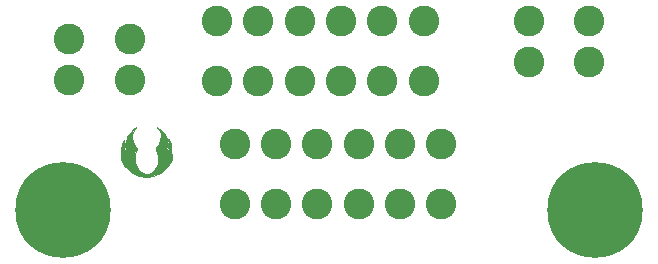
<source format=gbr>
%TF.GenerationSoftware,KiCad,Pcbnew,(5.1.12)-1*%
%TF.CreationDate,2022-01-14T14:31:03-05:00*%
%TF.ProjectId,CANJunction_6x,43414e4a-756e-4637-9469-6f6e5f36782e,00*%
%TF.SameCoordinates,Original*%
%TF.FileFunction,Soldermask,Top*%
%TF.FilePolarity,Negative*%
%FSLAX46Y46*%
G04 Gerber Fmt 4.6, Leading zero omitted, Abs format (unit mm)*
G04 Created by KiCad (PCBNEW (5.1.12)-1) date 2022-01-14 14:31:03*
%MOMM*%
%LPD*%
G01*
G04 APERTURE LIST*
%ADD10C,0.010000*%
%ADD11C,8.080000*%
%ADD12C,2.600000*%
G04 APERTURE END LIST*
D10*
%TO.C,Wings*%
G36*
X102537167Y-94571175D02*
G01*
X102774694Y-94757234D01*
X102989016Y-95004581D01*
X103162353Y-95290011D01*
X103250480Y-95502124D01*
X103295452Y-95703604D01*
X103316737Y-95946728D01*
X103314147Y-96198005D01*
X103287493Y-96423946D01*
X103256381Y-96543614D01*
X103216360Y-96677972D01*
X103213157Y-96738159D01*
X103241469Y-96721689D01*
X103295994Y-96626079D01*
X103320251Y-96573545D01*
X103428344Y-96258881D01*
X103460796Y-95970023D01*
X103427994Y-95730363D01*
X103398676Y-95603525D01*
X103384802Y-95514443D01*
X103386695Y-95488194D01*
X103411643Y-95514288D01*
X103460420Y-95599156D01*
X103520807Y-95720970D01*
X103573786Y-95843296D01*
X103608747Y-95955763D01*
X103629901Y-96082633D01*
X103641456Y-96248172D01*
X103647104Y-96449002D01*
X103652695Y-96643359D01*
X103660802Y-96806497D01*
X103670280Y-96919807D01*
X103678768Y-96963404D01*
X103683045Y-97035225D01*
X103653784Y-97160048D01*
X103599066Y-97317145D01*
X103526972Y-97485786D01*
X103445581Y-97645241D01*
X103362973Y-97774782D01*
X103361989Y-97776095D01*
X103132649Y-98036323D01*
X102866618Y-98246951D01*
X102540471Y-98426494D01*
X102537167Y-98428037D01*
X102103810Y-98591618D01*
X101683865Y-98672195D01*
X101278107Y-98669640D01*
X101171941Y-98654825D01*
X100941112Y-98598087D01*
X100677275Y-98505192D01*
X100415934Y-98389733D01*
X100255583Y-98303993D01*
X100051154Y-98156530D01*
X99844613Y-97960756D01*
X99661733Y-97744148D01*
X99528290Y-97534180D01*
X99522451Y-97522462D01*
X99472947Y-97413581D01*
X99439137Y-97312053D01*
X99417456Y-97196593D01*
X99404338Y-97045916D01*
X99396217Y-96838736D01*
X99394070Y-96756180D01*
X99401209Y-96356659D01*
X99445118Y-96024242D01*
X99527705Y-95748881D01*
X99619315Y-95568667D01*
X99684973Y-95462833D01*
X99655441Y-95568667D01*
X99614327Y-95805646D01*
X99611780Y-96059420D01*
X99644710Y-96304658D01*
X99710029Y-96516027D01*
X99787091Y-96648167D01*
X99855912Y-96732833D01*
X99827493Y-96648167D01*
X99759085Y-96354723D01*
X99735604Y-96039092D01*
X99759632Y-95750670D01*
X99846933Y-95431207D01*
X99989751Y-95147363D01*
X100199792Y-94877995D01*
X100299786Y-94774916D01*
X100422852Y-94660273D01*
X100526274Y-94574540D01*
X100601491Y-94522173D01*
X100639944Y-94507626D01*
X100633073Y-94535353D01*
X100572318Y-94609808D01*
X100529205Y-94655537D01*
X100389639Y-94857705D01*
X100317638Y-95098254D01*
X100312369Y-95365665D01*
X100373002Y-95648416D01*
X100498703Y-95934986D01*
X100637002Y-96147925D01*
X100701789Y-96237648D01*
X100728983Y-96303105D01*
X100719035Y-96373897D01*
X100672396Y-96479627D01*
X100642969Y-96539551D01*
X100569344Y-96757496D01*
X100531746Y-97018130D01*
X100531133Y-97288849D01*
X100568462Y-97537046D01*
X100609982Y-97662783D01*
X100733096Y-97889549D01*
X100893113Y-98097988D01*
X101075093Y-98274694D01*
X101264099Y-98406261D01*
X101445192Y-98479283D01*
X101531380Y-98489667D01*
X101696585Y-98452815D01*
X101879808Y-98350828D01*
X102066104Y-98196556D01*
X102240526Y-98002848D01*
X102388129Y-97782556D01*
X102417642Y-97727667D01*
X102481592Y-97588717D01*
X102517959Y-97461973D01*
X102533964Y-97312849D01*
X102536960Y-97156167D01*
X102531247Y-96957732D01*
X102508985Y-96806222D01*
X102462779Y-96664391D01*
X102420092Y-96567605D01*
X102358337Y-96431374D01*
X102330482Y-96346534D01*
X102333566Y-96288255D01*
X102364627Y-96231707D01*
X102377793Y-96212999D01*
X102588179Y-95879092D01*
X102720721Y-95574157D01*
X102775742Y-95294631D01*
X102753563Y-95036951D01*
X102654506Y-94797552D01*
X102521750Y-94618612D01*
X102410167Y-94494057D01*
X102537167Y-94571175D01*
G37*
X102537167Y-94571175D02*
X102774694Y-94757234D01*
X102989016Y-95004581D01*
X103162353Y-95290011D01*
X103250480Y-95502124D01*
X103295452Y-95703604D01*
X103316737Y-95946728D01*
X103314147Y-96198005D01*
X103287493Y-96423946D01*
X103256381Y-96543614D01*
X103216360Y-96677972D01*
X103213157Y-96738159D01*
X103241469Y-96721689D01*
X103295994Y-96626079D01*
X103320251Y-96573545D01*
X103428344Y-96258881D01*
X103460796Y-95970023D01*
X103427994Y-95730363D01*
X103398676Y-95603525D01*
X103384802Y-95514443D01*
X103386695Y-95488194D01*
X103411643Y-95514288D01*
X103460420Y-95599156D01*
X103520807Y-95720970D01*
X103573786Y-95843296D01*
X103608747Y-95955763D01*
X103629901Y-96082633D01*
X103641456Y-96248172D01*
X103647104Y-96449002D01*
X103652695Y-96643359D01*
X103660802Y-96806497D01*
X103670280Y-96919807D01*
X103678768Y-96963404D01*
X103683045Y-97035225D01*
X103653784Y-97160048D01*
X103599066Y-97317145D01*
X103526972Y-97485786D01*
X103445581Y-97645241D01*
X103362973Y-97774782D01*
X103361989Y-97776095D01*
X103132649Y-98036323D01*
X102866618Y-98246951D01*
X102540471Y-98426494D01*
X102537167Y-98428037D01*
X102103810Y-98591618D01*
X101683865Y-98672195D01*
X101278107Y-98669640D01*
X101171941Y-98654825D01*
X100941112Y-98598087D01*
X100677275Y-98505192D01*
X100415934Y-98389733D01*
X100255583Y-98303993D01*
X100051154Y-98156530D01*
X99844613Y-97960756D01*
X99661733Y-97744148D01*
X99528290Y-97534180D01*
X99522451Y-97522462D01*
X99472947Y-97413581D01*
X99439137Y-97312053D01*
X99417456Y-97196593D01*
X99404338Y-97045916D01*
X99396217Y-96838736D01*
X99394070Y-96756180D01*
X99401209Y-96356659D01*
X99445118Y-96024242D01*
X99527705Y-95748881D01*
X99619315Y-95568667D01*
X99684973Y-95462833D01*
X99655441Y-95568667D01*
X99614327Y-95805646D01*
X99611780Y-96059420D01*
X99644710Y-96304658D01*
X99710029Y-96516027D01*
X99787091Y-96648167D01*
X99855912Y-96732833D01*
X99827493Y-96648167D01*
X99759085Y-96354723D01*
X99735604Y-96039092D01*
X99759632Y-95750670D01*
X99846933Y-95431207D01*
X99989751Y-95147363D01*
X100199792Y-94877995D01*
X100299786Y-94774916D01*
X100422852Y-94660273D01*
X100526274Y-94574540D01*
X100601491Y-94522173D01*
X100639944Y-94507626D01*
X100633073Y-94535353D01*
X100572318Y-94609808D01*
X100529205Y-94655537D01*
X100389639Y-94857705D01*
X100317638Y-95098254D01*
X100312369Y-95365665D01*
X100373002Y-95648416D01*
X100498703Y-95934986D01*
X100637002Y-96147925D01*
X100701789Y-96237648D01*
X100728983Y-96303105D01*
X100719035Y-96373897D01*
X100672396Y-96479627D01*
X100642969Y-96539551D01*
X100569344Y-96757496D01*
X100531746Y-97018130D01*
X100531133Y-97288849D01*
X100568462Y-97537046D01*
X100609982Y-97662783D01*
X100733096Y-97889549D01*
X100893113Y-98097988D01*
X101075093Y-98274694D01*
X101264099Y-98406261D01*
X101445192Y-98479283D01*
X101531380Y-98489667D01*
X101696585Y-98452815D01*
X101879808Y-98350828D01*
X102066104Y-98196556D01*
X102240526Y-98002848D01*
X102388129Y-97782556D01*
X102417642Y-97727667D01*
X102481592Y-97588717D01*
X102517959Y-97461973D01*
X102533964Y-97312849D01*
X102536960Y-97156167D01*
X102531247Y-96957732D01*
X102508985Y-96806222D01*
X102462779Y-96664391D01*
X102420092Y-96567605D01*
X102358337Y-96431374D01*
X102330482Y-96346534D01*
X102333566Y-96288255D01*
X102364627Y-96231707D01*
X102377793Y-96212999D01*
X102588179Y-95879092D01*
X102720721Y-95574157D01*
X102775742Y-95294631D01*
X102753563Y-95036951D01*
X102654506Y-94797552D01*
X102521750Y-94618612D01*
X102410167Y-94494057D01*
X102537167Y-94571175D01*
%TD*%
D11*
%TO.C,H1*%
X139500000Y-101500000D03*
X94500000Y-101500000D03*
%TD*%
D12*
%TO.C,J4*%
X111000000Y-85500000D03*
X107500000Y-85500000D03*
X118000000Y-85500000D03*
X114500000Y-85500000D03*
X111000000Y-90600000D03*
X107500000Y-90600000D03*
X114500000Y-90600000D03*
X118000000Y-90600000D03*
X121500000Y-90600000D03*
X125000000Y-90600000D03*
X121500000Y-85500000D03*
X125000000Y-85500000D03*
%TD*%
%TO.C,J3*%
X123000000Y-101000000D03*
X126500000Y-101000000D03*
X116000000Y-101000000D03*
X119500000Y-101000000D03*
X123000000Y-95900000D03*
X126500000Y-95900000D03*
X119500000Y-95900000D03*
X116000000Y-95900000D03*
X112500000Y-95900000D03*
X109000000Y-95900000D03*
X112500000Y-101000000D03*
X109000000Y-101000000D03*
%TD*%
%TO.C,J2*%
X100100000Y-90500000D03*
X100100000Y-87000000D03*
X95000000Y-90500000D03*
X95000000Y-87000000D03*
%TD*%
%TO.C,J1*%
X133900000Y-85500000D03*
X133900000Y-89000000D03*
X139000000Y-85500000D03*
X139000000Y-89000000D03*
%TD*%
M02*

</source>
